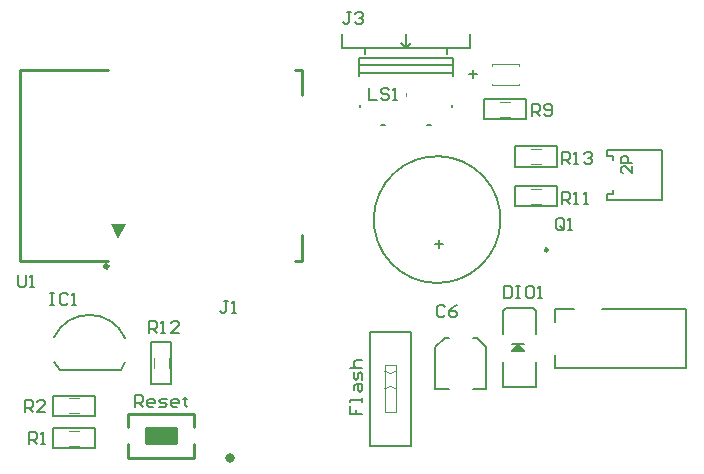
<source format=gto>
G04 Layer_Color=65535*
%FSTAX24Y24*%
%MOIN*%
G70*
G01*
G75*
%ADD23C,0.0100*%
%ADD42C,0.0080*%
%ADD43C,0.0070*%
%ADD44C,0.0098*%
%ADD45C,0.0118*%
%ADD46C,0.0157*%
%ADD47C,0.0010*%
%ADD48C,0.0050*%
%ADD49C,0.0079*%
%ADD50C,0.0032*%
%ADD51C,0.0040*%
%ADD52C,0.0010*%
%ADD53R,0.1000X0.0500*%
G36*
X05112Y018107D02*
X05087Y018607D01*
X05137D01*
X05112Y018107D01*
D02*
G37*
D23*
X05143Y01183D02*
Y01228D01*
Y01082D02*
Y01127D01*
X05304Y0113D02*
Y0118D01*
X05204D02*
X05304D01*
X05204Y0113D02*
Y0118D01*
Y0113D02*
X05304D01*
X05143Y01082D02*
X05365D01*
X05143Y01228D02*
X05365D01*
Y01183D02*
Y01228D01*
Y01082D02*
Y01127D01*
X057249Y022895D02*
Y023742D01*
Y017377D02*
Y018224D01*
X047824Y017377D02*
Y023742D01*
X056993D02*
X057249D01*
X047824D02*
X050759D01*
X056993Y017377D02*
X057249D01*
X047824D02*
X050759D01*
D42*
X060295Y020291D02*
G03*
X06031Y020305I001448J-001539D01*
G01*
X062007Y015853D02*
X06194Y01592D01*
X061807D01*
X06174Y015853D01*
Y015587D01*
X061807Y01552D01*
X06194D01*
X062007Y015587D01*
X062406Y01592D02*
X062273Y015853D01*
X06214Y01572D01*
Y015587D01*
X062207Y01552D01*
X06234D01*
X062406Y015587D01*
Y015653D01*
X06234Y01572D01*
X06214D01*
X06398Y01654D02*
Y01614D01*
X06418D01*
X064247Y016207D01*
Y016473D01*
X06418Y01654D01*
X06398D01*
X06438D02*
X064513D01*
X064447D01*
Y01614D01*
X06438D01*
X064513D01*
X064913Y01654D02*
X06478D01*
X064713Y016473D01*
Y016207D01*
X06478Y01614D01*
X064913D01*
X06498Y016207D01*
Y016473D01*
X064913Y01654D01*
X065113Y01614D02*
X065246D01*
X06518D01*
Y01654D01*
X065113Y016473D01*
X04885Y01629D02*
X048983D01*
X048917D01*
Y01589D01*
X04885D01*
X048983D01*
X04945Y016223D02*
X049383Y01629D01*
X04925D01*
X049183Y016223D01*
Y015957D01*
X04925Y01589D01*
X049383D01*
X04945Y015957D01*
X049583Y01589D02*
X049716D01*
X04965D01*
Y01629D01*
X049583Y016223D01*
X054777Y01605D02*
X054643D01*
X05471D01*
Y015717D01*
X054643Y01565D01*
X054577D01*
X05451Y015717D01*
X05491Y01565D02*
X055043D01*
X054977D01*
Y01605D01*
X05491Y015983D01*
X058877Y02567D02*
X058743D01*
X05881D01*
Y025337D01*
X058743Y02527D01*
X058677D01*
X05861Y025337D01*
X05901Y025603D02*
X059077Y02567D01*
X05921D01*
X059276Y025603D01*
Y025537D01*
X05921Y02547D01*
X059143D01*
X05921D01*
X059276Y025403D01*
Y025337D01*
X05921Y02527D01*
X059077D01*
X05901Y025337D01*
X06282Y02361D02*
X063087D01*
X062953Y023743D02*
Y023477D01*
X05946Y02314D02*
Y02274D01*
X059727D01*
X060126Y023073D02*
X06006Y02314D01*
X059927D01*
X05986Y023073D01*
Y023007D01*
X059927Y02294D01*
X06006D01*
X060126Y022873D01*
Y022807D01*
X06006Y02274D01*
X059927D01*
X05986Y022807D01*
X06026Y02274D02*
X060393D01*
X060326D01*
Y02314D01*
X06026Y023073D01*
X065987Y018477D02*
Y018743D01*
X06592Y01881D01*
X065787D01*
X06572Y018743D01*
Y018477D01*
X065787Y01841D01*
X06592D01*
X065853Y018543D02*
X065987Y01841D01*
X06592D02*
X065987Y018477D01*
X06612Y01841D02*
X066253D01*
X066187D01*
Y01881D01*
X06612Y018743D01*
X048143Y01126D02*
Y01166D01*
X048343D01*
X04841Y011593D01*
Y01146D01*
X048343Y011393D01*
X048143D01*
X048277D02*
X04841Y01126D01*
X048543D02*
X048676D01*
X04861D01*
Y01166D01*
X048543Y011593D01*
X04801Y01234D02*
Y01274D01*
X04821D01*
X048277Y012673D01*
Y01254D01*
X04821Y012473D01*
X04801D01*
X048143D02*
X048277Y01234D01*
X048676D02*
X04841D01*
X048676Y012607D01*
Y012673D01*
X04861Y01274D01*
X048477D01*
X04841Y012673D01*
X06492Y02219D02*
Y02259D01*
X06512D01*
X065187Y022523D01*
Y02239D01*
X06512Y022323D01*
X06492D01*
X065053D02*
X065187Y02219D01*
X06532Y022257D02*
X065387Y02219D01*
X06552D01*
X065586Y022257D01*
Y022523D01*
X06552Y02259D01*
X065387D01*
X06532Y022523D01*
Y022457D01*
X065387Y02239D01*
X065586D01*
X06592Y01928D02*
Y01968D01*
X06612D01*
X066187Y019613D01*
Y01948D01*
X06612Y019413D01*
X06592D01*
X066053D02*
X066187Y01928D01*
X06632D02*
X066453D01*
X066387D01*
Y01968D01*
X06632Y019613D01*
X066653Y01928D02*
X066786D01*
X06672D01*
Y01968D01*
X066653Y019613D01*
X05215Y01497D02*
Y01537D01*
X05235D01*
X052417Y015303D01*
Y01517D01*
X05235Y015103D01*
X05215D01*
X052283D02*
X052417Y01497D01*
X05255D02*
X052683D01*
X052617D01*
Y01537D01*
X05255Y015303D01*
X05315Y01497D02*
X052883D01*
X05315Y015237D01*
Y015303D01*
X053083Y01537D01*
X05295D01*
X052883Y015303D01*
X06592Y0206D02*
Y021D01*
X06612D01*
X066187Y020933D01*
Y0208D01*
X06612Y020733D01*
X06592D01*
X066053D02*
X066187Y0206D01*
X06632D02*
X066453D01*
X066387D01*
Y021D01*
X06632Y020933D01*
X066653D02*
X06672Y021D01*
X066853D01*
X06692Y020933D01*
Y020867D01*
X066853Y0208D01*
X066786D01*
X066853D01*
X06692Y020733D01*
Y020667D01*
X066853Y0206D01*
X06672D01*
X066653Y020667D01*
X05166Y0125D02*
Y0129D01*
X05186D01*
X051927Y012833D01*
Y0127D01*
X05186Y012633D01*
X05166D01*
X051793D02*
X051927Y0125D01*
X05226D02*
X052127D01*
X05206Y012567D01*
Y0127D01*
X052127Y012767D01*
X05226D01*
X052326Y0127D01*
Y012633D01*
X05206D01*
X05246Y0125D02*
X05266D01*
X052726Y012567D01*
X05266Y012633D01*
X052526D01*
X05246Y0127D01*
X052526Y012767D01*
X052726D01*
X05306Y0125D02*
X052926D01*
X05286Y012567D01*
Y0127D01*
X052926Y012767D01*
X05306D01*
X053126Y0127D01*
Y012633D01*
X05286D01*
X053326Y012833D02*
Y012767D01*
X053259D01*
X053393D01*
X053326D01*
Y012567D01*
X053393Y0125D01*
X05883Y012527D02*
Y01226D01*
X05903D01*
Y012393D01*
Y01226D01*
X05923D01*
Y01266D02*
Y012793D01*
Y012727D01*
X05883D01*
Y01266D01*
X058963Y01306D02*
Y013193D01*
X05903Y01326D01*
X05923D01*
Y01306D01*
X059163Y012993D01*
X059097Y01306D01*
Y01326D01*
X05923Y013393D02*
Y013593D01*
X059163Y01366D01*
X059097Y013593D01*
Y01346D01*
X05903Y013393D01*
X058963Y01346D01*
Y01366D01*
X05883Y013793D02*
X05923D01*
X05903D01*
X058963Y013859D01*
Y013993D01*
X05903Y014059D01*
X05923D01*
X04777Y0169D02*
Y016567D01*
X047837Y0165D01*
X04797D01*
X048037Y016567D01*
Y0169D01*
X04817Y0165D02*
X048303D01*
X048237D01*
Y0169D01*
X04817Y016833D01*
X06182Y017805D02*
Y018072D01*
X061687Y017938D02*
X061953D01*
D43*
X05134Y0148D02*
G03*
X048975Y014832I-00119J-000524D01*
G01*
X049161Y01375D02*
X051191D01*
X051321Y01401D01*
X048987Y013998D02*
X049161Y01375D01*
D44*
X06543Y01774D02*
G03*
X06543Y01774I-000049J0D01*
G01*
D45*
X050776Y017193D02*
G03*
X050776Y017193I-000059J0D01*
G01*
D46*
X054917Y010806D02*
G03*
X054917Y010806I-000079J0D01*
G01*
D47*
X060387Y01311D02*
G03*
X059993Y01311I-000197J-000197D01*
G01*
Y013701D02*
G03*
X060387Y013701I000197J000197D01*
G01*
Y012323D02*
Y013897D01*
X059993Y012323D02*
X060387D01*
X059993D02*
Y013897D01*
D48*
X063061Y014806D02*
X063376Y014491D01*
X061684D02*
X061999Y014806D01*
X061684Y013114D02*
Y014491D01*
X063376Y013114D02*
Y014491D01*
X061684Y013114D02*
X062136D01*
X062924D02*
X063376D01*
X062924Y014806D02*
X063061D01*
X061999D02*
X062136D01*
X06433Y02052D02*
Y02119D01*
X06573D01*
Y02052D02*
Y02119D01*
X06433Y02052D02*
X06573D01*
Y0192D02*
Y01987D01*
X06433Y0192D02*
X06573D01*
X06433D02*
Y01987D01*
X06573D01*
X04894Y01113D02*
Y0118D01*
X05034D01*
Y01113D02*
Y0118D01*
X04894Y01113D02*
X05034D01*
X04894Y01221D02*
Y01288D01*
X05034D01*
Y01221D02*
Y01288D01*
X04894Y01221D02*
X05034D01*
X06331Y02209D02*
Y02276D01*
X06471D01*
Y02209D02*
Y02276D01*
X06331Y02209D02*
X06471D01*
X052205Y01466D02*
X052875D01*
Y01326D02*
Y01466D01*
X052205Y01326D02*
X052875D01*
X052205D02*
Y01466D01*
X059493Y01122D02*
Y015D01*
Y01122D02*
X060887D01*
Y015D01*
X059493D02*
X060887D01*
X059493Y01122D02*
Y015D01*
Y01122D02*
X060887D01*
Y015D01*
X059493D02*
X060887D01*
X068224Y020522D02*
Y020289D01*
X06799Y020522D01*
X067932D01*
X067874Y020464D01*
Y020348D01*
X067932Y020289D01*
X068224Y020639D02*
X067874D01*
Y020814D01*
X067932Y020872D01*
X068049D01*
X068107Y020814D01*
Y020639D01*
D49*
X06394Y01317D02*
X06504D01*
X06494Y01582D02*
X06504Y01572D01*
X06394D02*
X06404Y01582D01*
X06494D01*
X06504Y01317D02*
Y013998D01*
X06394Y01317D02*
Y013998D01*
Y014942D02*
Y01572D01*
X06504Y014942D02*
Y01572D01*
X064243Y014385D02*
X06444Y014582D01*
X064381Y014483D02*
X064499D01*
X06444Y014582D02*
X064637Y014385D01*
X064243D02*
X064637D01*
X064322Y014424D02*
X064558D01*
X064243Y014621D02*
X064637D01*
X0607Y024477D02*
X060857Y024635D01*
X060543D02*
X0607Y024477D01*
Y02495D01*
X062078Y02428D02*
Y024477D01*
X059322Y02428D02*
Y024477D01*
X061409Y021899D02*
X061527D01*
X059165Y022509D02*
Y022588D01*
X059125Y023906D02*
X062275D01*
X059125Y023631D02*
X062275D01*
X059125Y023532D02*
Y024143D01*
X062275Y023532D02*
Y024143D01*
X059125D02*
X062275D01*
X062235Y022509D02*
Y022588D01*
X059873Y021899D02*
X059991D01*
X062826Y024477D02*
Y02495D01*
X058574Y024477D02*
X062826D01*
X058574D02*
Y02495D01*
X067397Y021077D02*
X069247D01*
Y019403D02*
Y021077D01*
X067397Y019403D02*
X069247D01*
X067397D02*
Y0196D01*
X067594D01*
Y019738D01*
X067594Y020738D02*
Y02088D01*
X067397D02*
X067594D01*
X067397D02*
Y021077D01*
X067246Y015774D02*
X070041D01*
X065671Y013806D02*
X070041D01*
X065671D02*
Y014239D01*
Y015774D02*
X066301D01*
X065671Y015341D02*
Y015774D01*
X070041Y013806D02*
Y015774D01*
D50*
X0607Y022883D02*
Y022962D01*
D51*
X06486Y02061D02*
X0652D01*
X06486Y02111D02*
X0652D01*
X06486Y01978D02*
X0652D01*
X06486Y01928D02*
X0652D01*
X04947Y01122D02*
X04981D01*
X04947Y01172D02*
X04981D01*
X04947Y0123D02*
X04981D01*
X04947Y0128D02*
X04981D01*
X06447Y02388D02*
Y02393D01*
X06357D02*
X06447D01*
X06357Y02388D02*
Y02393D01*
X06447Y02323D02*
Y02328D01*
X06357Y02323D02*
X06447D01*
X06357D02*
Y02328D01*
X06384Y02218D02*
X06418D01*
X06384Y02268D02*
X06418D01*
X052295Y01379D02*
Y01413D01*
X052795Y01379D02*
Y01413D01*
D52*
X059993Y013897D02*
X060387D01*
D53*
X05254Y01155D02*
D03*
M02*

</source>
